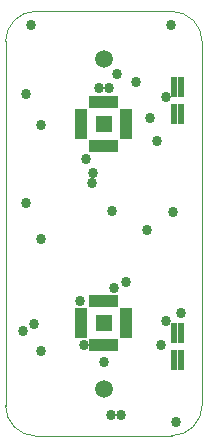
<source format=gbs>
G04 Layer_Color=16711935*
%FSLAX24Y24*%
%MOIN*%
G70*
G01*
G75*
%ADD15C,0.0040*%
%ADD16C,0.0590*%
%ADD28C,0.0340*%
%ADD29R,0.0580X0.0580*%
%ADD30R,0.0200X0.0420*%
%ADD31R,0.0420X0.0200*%
%ADD32R,0.0230X0.0680*%
D15*
X288Y13845D02*
G03*
X0Y13150I695J-695D01*
G01*
X1012Y14150D02*
G03*
X296Y13854I0J-1012D01*
G01*
X6262Y13845D02*
G03*
X5527Y14150I-735J-735D01*
G01*
X6550Y13150D02*
G03*
X6262Y13845I-984J0D01*
G01*
X6254Y296D02*
G03*
X6550Y1012I-715J715D01*
G01*
X5538Y0D02*
G03*
X6254Y296I0J1012D01*
G01*
X301Y285D02*
G03*
X990Y0I689J689D01*
G01*
X0Y1001D02*
G03*
X293Y293I1001J0D01*
G01*
X0Y2060D02*
Y13150D01*
X288Y13845D02*
X296Y13854D01*
X1012Y14150D02*
X5527D01*
X6550Y1012D02*
Y13150D01*
X990Y0D02*
X5538D01*
X293Y293D02*
X301Y285D01*
X0Y1001D02*
Y2060D01*
D16*
X3270Y1570D02*
D03*
X3280Y12570D02*
D03*
D28*
X4810Y10600D02*
D03*
X5040Y9810D02*
D03*
X5570Y7450D02*
D03*
X1190Y2820D02*
D03*
X950Y3710D02*
D03*
X590Y3479D02*
D03*
X5680Y450D02*
D03*
X3270Y2450D02*
D03*
X2610Y3010D02*
D03*
X3860Y680D02*
D03*
X3510Y700D02*
D03*
X4009Y5120D02*
D03*
X3630Y4924D02*
D03*
X3550Y7500D02*
D03*
X2690Y9210D02*
D03*
X2900Y8750D02*
D03*
X2880Y8410D02*
D03*
X2480Y4490D02*
D03*
X3120Y11600D02*
D03*
X3460D02*
D03*
X3700Y12060D02*
D03*
X5346Y11286D02*
D03*
X4350Y11780D02*
D03*
X5180Y3040D02*
D03*
X5850Y4080D02*
D03*
X5520Y13690D02*
D03*
X853Y13697D02*
D03*
X1180Y10360D02*
D03*
X1170Y6570D02*
D03*
X5360Y3830D02*
D03*
X4710Y6870D02*
D03*
X680Y11380D02*
D03*
X684Y7754D02*
D03*
D29*
X3270Y3760D02*
D03*
Y10390D02*
D03*
D30*
X3660Y4500D02*
D03*
X3470D02*
D03*
X3270D02*
D03*
X3070D02*
D03*
X2880D02*
D03*
Y3020D02*
D03*
X3070D02*
D03*
X3270D02*
D03*
X3470D02*
D03*
X3660D02*
D03*
X2880Y9650D02*
D03*
X3070D02*
D03*
X3270D02*
D03*
X3470D02*
D03*
X3660D02*
D03*
Y11130D02*
D03*
X3470D02*
D03*
X3270D02*
D03*
X3070D02*
D03*
X2880D02*
D03*
D31*
X2530Y4150D02*
D03*
Y3960D02*
D03*
Y3760D02*
D03*
Y3560D02*
D03*
Y3370D02*
D03*
X4010D02*
D03*
Y3560D02*
D03*
Y3760D02*
D03*
Y3960D02*
D03*
Y4150D02*
D03*
Y10000D02*
D03*
Y10190D02*
D03*
Y10390D02*
D03*
Y10590D02*
D03*
Y10780D02*
D03*
X2530D02*
D03*
Y10590D02*
D03*
Y10390D02*
D03*
Y10190D02*
D03*
Y10000D02*
D03*
D32*
X5605Y3422D02*
D03*
X5855D02*
D03*
Y2522D02*
D03*
X5605D02*
D03*
Y11628D02*
D03*
X5855D02*
D03*
Y10728D02*
D03*
X5605D02*
D03*
M02*

</source>
